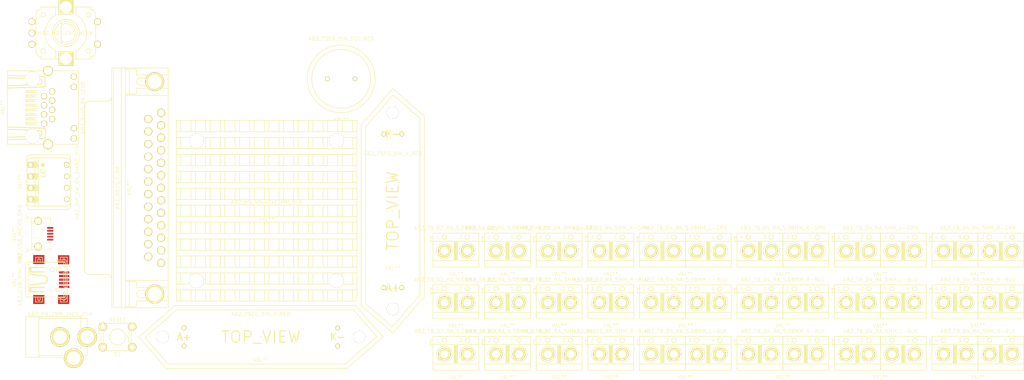
<source format=kicad_pcb>
(kicad_pcb (version 3) (host pcbnew "(2013-07-07 BZR 4022)-stable")
  (layers (15 F.Cu signal) (0 B.Cu signal) (18 B.Paste user) (19 F.Paste user) (20 B.SilkS user) (21 F.SilkS user) (22 B.Mask user) (23 F.Mask user) (28 Edge.Cuts user))
  (net 0 "")
  (net 1 /R_ENCA)
  (net 2 /R_ENCB)
  (net 3 /R_SW+)
  (net 4 GND)
  (module AB2_RJ45_RA_LEDS (layer F.Cu) (at 16.51 226.06 270)
    (fp_text reference AB2_RJ45_RA_LEDS (at 0 -8.89 270) (layer F.SilkS) (effects (font (size 0.8128 0.8128) (thickness 0.0762))))
    (fp_text value VAL** (at 0 8.89 270) (layer F.SilkS) (effects (font (size 0.8128 0.8128) (thickness 0.0762))))
    (pad 9 thru_hole circle (at -6.858 -6.858 270) (size 1.3716 1.3716) (drill 0.9144) (layers *.Cu *.Mask F.SilkS))
    (pad 10 thru_hole circle (at -4.572 -6.858 270) (size 1.3716 1.3716) (drill 0.9144) (layers *.Cu *.Mask F.SilkS))
    (pad 11 thru_hole circle (at 4.572 -6.858 270) (size 1.3716 1.3716) (drill 0.9144) (layers *.Cu *.Mask F.SilkS))
    (pad 12 thru_hole circle (at 6.858 -6.858 270) (size 1.3716 1.3716) (drill 0.9144) (layers *.Cu *.Mask F.SilkS))
    (pad 8 thru_hole circle (at -3.556 -2.032 270) (size 1.3716 1.3716) (drill 0.9144) (layers *.Cu *.Mask F.SilkS))
    (pad 6 thru_hole circle (at -1.524 -2.032 270) (size 1.3716 1.3716) (drill 0.9144) (layers *.Cu *.Mask F.SilkS))
    (pad 1 thru_hole circle (at 3.556 -0.254 270) (size 1.3716 1.3716) (drill 0.9144) (layers *.Cu *.Mask F.SilkS))
    (pad 2 thru_hole circle (at 2.54 -2.032 270) (size 1.3716 1.3716) (drill 0.9144) (layers *.Cu *.Mask F.SilkS))
    (pad 3 thru_hole circle (at 1.524 -0.254 270) (size 1.3716 1.3716) (drill 0.9144) (layers *.Cu *.Mask F.SilkS))
    (pad 4 thru_hole circle (at 0.508 -2.032 270) (size 1.3716 1.3716) (drill 0.9144) (layers *.Cu *.Mask F.SilkS))
    (pad 5 thru_hole circle (at -0.508 -0.254 270) (size 1.3716 1.3716) (drill 0.9144) (layers *.Cu *.Mask F.SilkS))
    (pad 7 thru_hole circle (at -2.54 -0.254 270) (size 1.3716 1.3716) (drill 0.9144) (layers *.Cu *.Mask F.SilkS))
    (pad 13 thru_hole circle (at -8.128 -1.143 270) (size 2.1844 2.1844) (drill 1.5748) (layers *.Cu *.Mask F.SilkS))
    (pad 13 thru_hole circle (at 8.128 -1.143 270) (size 2.1844 2.1844) (drill 1.5748) (layers *.Cu *.Mask F.SilkS))
    (pad "" thru_hole circle (at -6.35 2.286 270) (size 3.175 3.175) (drill 3.175) (layers *.Cu *.Mask F.SilkS))
    (pad "" thru_hole circle (at 6.35 2.286 270) (size 3.175 3.175) (drill 3.175) (layers *.Cu *.Mask F.SilkS))
  )
  (module AB2_DB25_F_RA (layer F.Cu) (at 31.75 243.84 90)
    (fp_text reference AB2_DB25_F_RA (at 0 1.27 90) (layer F.SilkS) (effects (font (size 0.8128 0.8128) (thickness 0.0762))))
    (fp_text value VAL** (at 0 3.81 90) (layer F.SilkS) (effects (font (size 0.8128 0.8128) (thickness 0.0762))))
    (pad 1 thru_hole circle (at 16.62 10.92 90) (size 1.8 1.8) (drill 1.2) (layers *.Cu *.Mask F.SilkS))
    (pad 2 thru_hole circle (at 13.85 10.92 90) (size 1.8 1.8) (drill 1.2) (layers *.Cu *.Mask F.SilkS))
    (pad 3 thru_hole circle (at 11.08 10.92 90) (size 1.8 1.8) (drill 1.2) (layers *.Cu *.Mask F.SilkS))
    (pad 4 thru_hole circle (at 8.31 10.92 90) (size 1.8 1.8) (drill 1.2) (layers *.Cu *.Mask F.SilkS))
    (pad 5 thru_hole circle (at 5.54 10.92 90) (size 1.8 1.8) (drill 1.2) (layers *.Cu *.Mask F.SilkS))
    (pad 6 thru_hole circle (at 2.77 10.92 90) (size 1.8 1.8) (drill 1.2) (layers *.Cu *.Mask F.SilkS))
    (pad 7 thru_hole circle (at 0 10.92 90) (size 1.8 1.8) (drill 1.2) (layers *.Cu *.Mask F.SilkS))
    (pad 8 thru_hole circle (at -2.77 10.92 90) (size 1.8 1.8) (drill 1.2) (layers *.Cu *.Mask F.SilkS))
    (pad 9 thru_hole circle (at -5.54 10.92 90) (size 1.8 1.8) (drill 1.2) (layers *.Cu *.Mask F.SilkS))
    (pad 10 thru_hole circle (at -8.31 10.92 90) (size 1.8 1.8) (drill 1.2) (layers *.Cu *.Mask F.SilkS))
    (pad 11 thru_hole circle (at -11.08 10.92 90) (size 1.8 1.8) (drill 1.2) (layers *.Cu *.Mask F.SilkS))
    (pad 12 thru_hole circle (at -13.85 10.92 90) (size 1.8 1.8) (drill 1.2) (layers *.Cu *.Mask F.SilkS))
    (pad 13 thru_hole circle (at -16.62 10.92 90) (size 1.8 1.8) (drill 1.2) (layers *.Cu *.Mask F.SilkS))
    (pad 14 thru_hole circle (at 15.235 8.08 90) (size 1.8 1.8) (drill 1.2) (layers *.Cu *.Mask F.SilkS))
    (pad 15 thru_hole circle (at 12.465 8.08 90) (size 1.8 1.8) (drill 1.2) (layers *.Cu *.Mask F.SilkS))
    (pad 16 thru_hole circle (at 9.695 8.08 90) (size 1.8 1.8) (drill 1.2) (layers *.Cu *.Mask F.SilkS))
    (pad 17 thru_hole circle (at 6.925 8.08 90) (size 1.8 1.8) (drill 1.2) (layers *.Cu *.Mask F.SilkS))
    (pad 18 thru_hole circle (at 4.155 8.08 90) (size 1.8 1.8) (drill 1.2) (layers *.Cu *.Mask F.SilkS))
    (pad 19 thru_hole circle (at 1.385 8.08 90) (size 1.8 1.8) (drill 1.2) (layers *.Cu *.Mask F.SilkS))
    (pad 20 thru_hole circle (at -1.385 8.08 90) (size 1.8 1.8) (drill 1.2) (layers *.Cu *.Mask F.SilkS))
    (pad 21 thru_hole circle (at -4.155 8.08 90) (size 1.8 1.8) (drill 1.2) (layers *.Cu *.Mask F.SilkS))
    (pad 22 thru_hole circle (at -6.925 8.08 90) (size 1.8 1.8) (drill 1.2) (layers *.Cu *.Mask F.SilkS))
    (pad 23 thru_hole circle (at -9.695 8.08 90) (size 1.8 1.8) (drill 1.2) (layers *.Cu *.Mask F.SilkS))
    (pad 24 thru_hole circle (at -12.465 8.08 90) (size 1.8 1.8) (drill 1.2) (layers *.Cu *.Mask F.SilkS))
    (pad 25 thru_hole circle (at -15.235 8.08 90) (size 1.8 1.8) (drill 1.2) (layers *.Cu *.Mask F.SilkS))
    (pad SH_G thru_hole circle (at -23.52 9.5 90) (size 4.18 4.18) (drill 3.18) (layers *.Cu *.Mask F.SilkS))
    (pad SH_G thru_hole circle (at 23.52 9.5 90) (size 4.18 4.18) (drill 3.18) (layers *.Cu *.Mask F.SilkS))
  )
  (module AB2_TB_02_RA_5.08MM_L-BLU (layer F.Cu) (at 107.95 269.24)
    (fp_text reference AB2_TB_02_RA_5.08MM_L-BLU (at 0 -5.08) (layer F.SilkS) (effects (font (size 0.8128 0.8128) (thickness 0.0762))))
    (fp_text value VAL** (at 0 5.08) (layer F.SilkS) (effects (font (size 0.8128 0.8128) (thickness 0.0762))))
    (fp_text user 2 (at 1.016 -3.048) (layer F.SilkS) (effects (font (size 0.8128 0.8128) (thickness 0.0762))))
    (fp_text user 1 (at -4.064 -3.048) (layer F.SilkS) (effects (font (size 0.8128 0.8128) (thickness 0.0762))))
    (pad 1 thru_hole circle (at -2.54 0) (size 2.794 2.794) (drill 1.778) (layers *.Cu *.Mask F.SilkS))
    (pad 2 thru_hole circle (at 2.54 0) (size 2.794 2.794) (drill 1.778) (layers *.Cu *.Mask F.SilkS))
  )
  (module AB2_TB_02_RA_5.08MM_L-BLK (layer F.Cu) (at 107.95 280.67)
    (fp_text reference AB2_TB_02_RA_5.08MM_L-BLK (at 0 -5.08) (layer F.SilkS) (effects (font (size 0.8128 0.8128) (thickness 0.0762))))
    (fp_text value VAL** (at 0 5.08) (layer F.SilkS) (effects (font (size 0.8128 0.8128) (thickness 0.0762))))
    (fp_text user 2 (at 1.016 -3.048) (layer F.SilkS) (effects (font (size 0.8128 0.8128) (thickness 0.0762))))
    (fp_text user 1 (at -4.064 -3.048) (layer F.SilkS) (effects (font (size 0.8128 0.8128) (thickness 0.0762))))
    (pad 1 thru_hole circle (at -2.54 0) (size 2.794 2.794) (drill 1.778) (layers *.Cu *.Mask F.SilkS))
    (pad 2 thru_hole circle (at 2.54 0) (size 2.794 2.794) (drill 1.778) (layers *.Cu *.Mask F.SilkS))
  )
  (module AB2_TB_02_RA_5.08MM_R-BLU (layer F.Cu) (at 119.38 269.24)
    (fp_text reference AB2_TB_02_RA_5.08MM_R-BLU (at 0 -5.08) (layer F.SilkS) (effects (font (size 0.8128 0.8128) (thickness 0.0762))))
    (fp_text value VAL** (at 0 5.08) (layer F.SilkS) (effects (font (size 0.8128 0.8128) (thickness 0.0762))))
    (fp_text user 1 (at 1.016 -3.048) (layer F.SilkS) (effects (font (size 0.8128 0.8128) (thickness 0.0762))))
    (fp_text user 2 (at -4.064 -3.048) (layer F.SilkS) (effects (font (size 0.8128 0.8128) (thickness 0.0762))))
    (pad 2 thru_hole circle (at -2.54 0) (size 2.794 2.794) (drill 1.778) (layers *.Cu *.Mask F.SilkS))
    (pad 1 thru_hole circle (at 2.54 0) (size 2.794 2.794) (drill 1.778) (layers *.Cu *.Mask F.SilkS))
  )
  (module AB2_TB_02_RA_5.08MM_R-BLK (layer F.Cu) (at 119.38 280.67)
    (fp_text reference AB2_TB_02_RA_5.08MM_R-BLK (at 0 -5.08) (layer F.SilkS) (effects (font (size 0.8128 0.8128) (thickness 0.0762))))
    (fp_text value VAL** (at 0 5.08) (layer F.SilkS) (effects (font (size 0.8128 0.8128) (thickness 0.0762))))
    (fp_text user 1 (at 1.016 -3.048) (layer F.SilkS) (effects (font (size 0.8128 0.8128) (thickness 0.0762))))
    (fp_text user 2 (at -4.064 -3.048) (layer F.SilkS) (effects (font (size 0.8128 0.8128) (thickness 0.0762))))
    (pad 2 thru_hole circle (at -2.54 0) (size 2.794 2.794) (drill 1.778) (layers *.Cu *.Mask F.SilkS))
    (pad 1 thru_hole circle (at 2.54 0) (size 2.794 2.794) (drill 1.778) (layers *.Cu *.Mask F.SilkS))
  )
  (module AB2_TB_04_RA_5.08MM_L-BLK (layer F.Cu) (at 158.75 280.67)
    (fp_text reference AB2_TB_04_RA_5.08MM_L-BLK (at 0 -5.08) (layer F.SilkS) (effects (font (size 0.8128 0.8128) (thickness 0.0762))))
    (fp_text value VAL** (at 0 5.08) (layer F.SilkS) (effects (font (size 0.8128 0.8128) (thickness 0.0762))))
    (fp_text user 3 (at 1.016 -3.048) (layer F.SilkS) (effects (font (size 0.8128 0.8128) (thickness 0.0762))))
    (fp_text user 4 (at 6.096 -3.048) (layer F.SilkS) (effects (font (size 0.8128 0.8128) (thickness 0.0762))))
    (fp_text user 2 (at -4.064 -3.048) (layer F.SilkS) (effects (font (size 0.8128 0.8128) (thickness 0.0762))))
    (fp_text user 1 (at -9.144 -3.048) (layer F.SilkS) (effects (font (size 0.8128 0.8128) (thickness 0.0762))))
    (pad 4 thru_hole circle (at 7.62 0) (size 2.794 2.794) (drill 1.778) (layers *.Cu *.Mask F.SilkS))
    (pad 3 thru_hole circle (at 2.54 0) (size 2.794 2.794) (drill 1.778) (layers *.Cu *.Mask F.SilkS))
    (pad 1 thru_hole circle (at -7.62 0) (size 2.794 2.794) (drill 1.778) (layers *.Cu *.Mask F.SilkS))
    (pad 2 thru_hole circle (at -2.54 0) (size 2.794 2.794) (drill 1.778) (layers *.Cu *.Mask F.SilkS))
  )
  (module AB2_TB_04_RA_5.08MM_L-BLU (layer F.Cu) (at 158.75 269.24)
    (fp_text reference AB2_TB_04_RA_5.08MM_L-BLU (at 0 -5.08) (layer F.SilkS) (effects (font (size 0.8128 0.8128) (thickness 0.0762))))
    (fp_text value VAL** (at 0 5.08) (layer F.SilkS) (effects (font (size 0.8128 0.8128) (thickness 0.0762))))
    (fp_text user 3 (at 1.016 -3.048) (layer F.SilkS) (effects (font (size 0.8128 0.8128) (thickness 0.0762))))
    (fp_text user 4 (at 6.096 -3.048) (layer F.SilkS) (effects (font (size 0.8128 0.8128) (thickness 0.0762))))
    (fp_text user 2 (at -4.064 -3.048) (layer F.SilkS) (effects (font (size 0.8128 0.8128) (thickness 0.0762))))
    (fp_text user 1 (at -9.144 -3.048) (layer F.SilkS) (effects (font (size 0.8128 0.8128) (thickness 0.0762))))
    (pad 4 thru_hole circle (at 7.62 0) (size 2.794 2.794) (drill 1.778) (layers *.Cu *.Mask F.SilkS))
    (pad 3 thru_hole circle (at 2.54 0) (size 2.794 2.794) (drill 1.778) (layers *.Cu *.Mask F.SilkS))
    (pad 1 thru_hole circle (at -7.62 0) (size 2.794 2.794) (drill 1.778) (layers *.Cu *.Mask F.SilkS))
    (pad 2 thru_hole circle (at -2.54 0) (size 2.794 2.794) (drill 1.778) (layers *.Cu *.Mask F.SilkS))
  )
  (module AB2_TB_04_RA_5.08MM_R-BLK (layer F.Cu) (at 180.34 280.67)
    (fp_text reference AB2_TB_04_RA_5.08MM_R-BLK (at 0 -5.08) (layer F.SilkS) (effects (font (size 0.8128 0.8128) (thickness 0.0762))))
    (fp_text value VAL** (at 0 5.08) (layer F.SilkS) (effects (font (size 0.8128 0.8128) (thickness 0.0762))))
    (fp_text user 2 (at 1.016 -3.048) (layer F.SilkS) (effects (font (size 0.8128 0.8128) (thickness 0.0762))))
    (fp_text user 1 (at 6.096 -3.048) (layer F.SilkS) (effects (font (size 0.8128 0.8128) (thickness 0.0762))))
    (fp_text user 3 (at -4.064 -3.048) (layer F.SilkS) (effects (font (size 0.8128 0.8128) (thickness 0.0762))))
    (fp_text user 4 (at -9.144 -3.048) (layer F.SilkS) (effects (font (size 0.8128 0.8128) (thickness 0.0762))))
    (pad 1 thru_hole circle (at 7.62 0) (size 2.794 2.794) (drill 1.778) (layers *.Cu *.Mask F.SilkS))
    (pad 2 thru_hole circle (at 2.54 0) (size 2.794 2.794) (drill 1.778) (layers *.Cu *.Mask F.SilkS))
    (pad 4 thru_hole circle (at -7.62 0) (size 2.794 2.794) (drill 1.778) (layers *.Cu *.Mask F.SilkS))
    (pad 3 thru_hole circle (at -2.54 0) (size 2.794 2.794) (drill 1.778) (layers *.Cu *.Mask F.SilkS))
  )
  (module AB2_TB_02_RA_5MM_L-BLU (layer F.Cu) (at 130.81 269.24)
    (fp_text reference AB2_TB_02_RA_5MM_L-BLU (at 0 -5.08) (layer F.SilkS) (effects (font (size 0.8128 0.8128) (thickness 0.0762))))
    (fp_text value VAL** (at 0 5.08) (layer F.SilkS) (effects (font (size 0.8128 0.8128) (thickness 0.0762))))
    (fp_text user 2 (at 1.016 -3.048) (layer F.SilkS) (effects (font (size 0.8128 0.8128) (thickness 0.0762))))
    (fp_text user 1 (at -4.064 -3.048) (layer F.SilkS) (effects (font (size 0.8128 0.8128) (thickness 0.0762))))
    (pad 1 thru_hole circle (at -2.5 0) (size 2.794 2.794) (drill 1.778) (layers *.Cu *.Mask F.SilkS))
    (pad 2 thru_hole circle (at 2.5 0) (size 2.794 2.794) (drill 1.778) (layers *.Cu *.Mask F.SilkS))
  )
  (module AB2_PB_MOM_6MM_PTH_BLK (layer F.Cu) (at 33.02 276.86 180)
    (fp_text reference S1 (at 0 -3.81 180) (layer F.SilkS) (effects (font (size 0.8128 0.8128) (thickness 0.0762))))
    (fp_text value RESET (at 0 3.81 180) (layer F.SilkS) (effects (font (size 0.8128 0.8128) (thickness 0.0762))))
    (pad 1 thru_hole circle (at -3.2512 -2.2606 180) (size 1.8796 1.8796) (drill 1.016) (layers *.Cu *.Mask F.SilkS))
    (pad 1 thru_hole circle (at 3.2512 -2.2606 180) (size 1.8796 1.8796) (drill 1.016) (layers *.Cu *.Mask F.SilkS))
    (pad 2 thru_hole circle (at -3.2512 2.2606 180) (size 1.8796 1.8796) (drill 1.016) (layers *.Cu *.Mask F.SilkS))
    (pad 2 thru_hole circle (at 3.2512 2.2606 180) (size 1.8796 1.8796) (drill 1.016) (layers *.Cu *.Mask F.SilkS))
  )
  (module AB2_TB_02_RA_5MM_L-BLK (layer F.Cu) (at 130.81 280.67)
    (fp_text reference AB2_TB_02_RA_5MM_L-BLK (at 0 -5.08) (layer F.SilkS) (effects (font (size 0.8128 0.8128) (thickness 0.0762))))
    (fp_text value VAL** (at 0 5.08) (layer F.SilkS) (effects (font (size 0.8128 0.8128) (thickness 0.0762))))
    (fp_text user 2 (at 1.016 -3.048) (layer F.SilkS) (effects (font (size 0.8128 0.8128) (thickness 0.0762))))
    (fp_text user 1 (at -4.064 -3.048) (layer F.SilkS) (effects (font (size 0.8128 0.8128) (thickness 0.0762))))
    (pad 1 thru_hole circle (at -2.5 0) (size 2.794 2.794) (drill 1.778) (layers *.Cu *.Mask F.SilkS))
    (pad 2 thru_hole circle (at 2.5 0) (size 2.794 2.794) (drill 1.778) (layers *.Cu *.Mask F.SilkS))
  )
  (module AB2_TB_02_RA_5MM_R-BLK (layer F.Cu) (at 142.24 280.67)
    (fp_text reference AB2_TB_02_RA_5MM_R-BLK (at 0 -5.08) (layer F.SilkS) (effects (font (size 0.8128 0.8128) (thickness 0.0762))))
    (fp_text value VAL** (at 0 5.08) (layer F.SilkS) (effects (font (size 0.8128 0.8128) (thickness 0.0762))))
    (fp_text user 1 (at 1.016 -3.048) (layer F.SilkS) (effects (font (size 0.8128 0.8128) (thickness 0.0762))))
    (fp_text user 2 (at -4.064 -3.048) (layer F.SilkS) (effects (font (size 0.8128 0.8128) (thickness 0.0762))))
    (pad 2 thru_hole circle (at -2.5 0) (size 2.794 2.794) (drill 1.778) (layers *.Cu *.Mask F.SilkS))
    (pad 1 thru_hole circle (at 2.5 0) (size 2.794 2.794) (drill 1.778) (layers *.Cu *.Mask F.SilkS))
  )
  (module AB2_TB_02_RA_5MM_R-BLU (layer F.Cu) (at 142.24 269.24)
    (fp_text reference AB2_TB_02_RA_5MM_R-BLU (at 0 -5.08) (layer F.SilkS) (effects (font (size 0.8128 0.8128) (thickness 0.0762))))
    (fp_text value VAL** (at 0 5.08) (layer F.SilkS) (effects (font (size 0.8128 0.8128) (thickness 0.0762))))
    (fp_text user 1 (at 1.016 -3.048) (layer F.SilkS) (effects (font (size 0.8128 0.8128) (thickness 0.0762))))
    (fp_text user 2 (at -4.064 -3.048) (layer F.SilkS) (effects (font (size 0.8128 0.8128) (thickness 0.0762))))
    (pad 2 thru_hole circle (at -2.5 0) (size 2.794 2.794) (drill 1.778) (layers *.Cu *.Mask F.SilkS))
    (pad 1 thru_hole circle (at 2.5 0) (size 2.794 2.794) (drill 1.778) (layers *.Cu *.Mask F.SilkS))
  )
  (module AB2_TB_04_RA_5.08MM_R-BLU (layer F.Cu) (at 180.34 269.24)
    (fp_text reference AB2_TB_04_RA_5.08MM_R-BLU (at 0 -5.08) (layer F.SilkS) (effects (font (size 0.8128 0.8128) (thickness 0.0762))))
    (fp_text value VAL** (at 0 5.08) (layer F.SilkS) (effects (font (size 0.8128 0.8128) (thickness 0.0762))))
    (fp_text user 2 (at 1.016 -3.048) (layer F.SilkS) (effects (font (size 0.8128 0.8128) (thickness 0.0762))))
    (fp_text user 1 (at 6.096 -3.048) (layer F.SilkS) (effects (font (size 0.8128 0.8128) (thickness 0.0762))))
    (fp_text user 3 (at -4.064 -3.048) (layer F.SilkS) (effects (font (size 0.8128 0.8128) (thickness 0.0762))))
    (fp_text user 4 (at -9.144 -3.048) (layer F.SilkS) (effects (font (size 0.8128 0.8128) (thickness 0.0762))))
    (pad 1 thru_hole circle (at 7.62 0) (size 2.794 2.794) (drill 1.778) (layers *.Cu *.Mask F.SilkS))
    (pad 2 thru_hole circle (at 2.54 0) (size 2.794 2.794) (drill 1.778) (layers *.Cu *.Mask F.SilkS))
    (pad 4 thru_hole circle (at -7.62 0) (size 2.794 2.794) (drill 1.778) (layers *.Cu *.Mask F.SilkS))
    (pad 3 thru_hole circle (at -2.54 0) (size 2.794 2.794) (drill 1.778) (layers *.Cu *.Mask F.SilkS))
  )
  (module AB2_TB_04_RA_5MM_L-BLK (layer F.Cu) (at 201.93 280.67)
    (fp_text reference AB2_TB_04_RA_5MM_L-BLK (at 0 -5.08) (layer F.SilkS) (effects (font (size 0.8128 0.8128) (thickness 0.0762))))
    (fp_text value VAL** (at 0 5.08) (layer F.SilkS) (effects (font (size 0.8128 0.8128) (thickness 0.0762))))
    (fp_text user 3 (at 1.016 -3.048) (layer F.SilkS) (effects (font (size 0.8128 0.8128) (thickness 0.0762))))
    (fp_text user 4 (at 6.096 -3.048) (layer F.SilkS) (effects (font (size 0.8128 0.8128) (thickness 0.0762))))
    (fp_text user 2 (at -4.064 -3.048) (layer F.SilkS) (effects (font (size 0.8128 0.8128) (thickness 0.0762))))
    (fp_text user 1 (at -9.144 -3.048) (layer F.SilkS) (effects (font (size 0.8128 0.8128) (thickness 0.0762))))
    (pad 4 thru_hole circle (at 7.58 0) (size 2.794 2.794) (drill 1.778) (layers *.Cu *.Mask F.SilkS))
    (pad 3 thru_hole circle (at 2.58 0) (size 2.794 2.794) (drill 1.778) (layers *.Cu *.Mask F.SilkS))
    (pad 1 thru_hole circle (at -7.58 0) (size 2.794 2.794) (drill 1.778) (layers *.Cu *.Mask F.SilkS))
    (pad 2 thru_hole circle (at -2.58 0) (size 2.794 2.794) (drill 1.778) (layers *.Cu *.Mask F.SilkS))
  )
  (module AB2_TB_04_RA_5MM_L-BLU (layer F.Cu) (at 201.93 269.24)
    (fp_text reference AB2_TB_04_RA_5MM_L-BLU (at 0 -5.08) (layer F.SilkS) (effects (font (size 0.8128 0.8128) (thickness 0.0762))))
    (fp_text value VAL** (at 0 5.08) (layer F.SilkS) (effects (font (size 0.8128 0.8128) (thickness 0.0762))))
    (fp_text user 3 (at 1.016 -3.048) (layer F.SilkS) (effects (font (size 0.8128 0.8128) (thickness 0.0762))))
    (fp_text user 4 (at 6.096 -3.048) (layer F.SilkS) (effects (font (size 0.8128 0.8128) (thickness 0.0762))))
    (fp_text user 2 (at -4.064 -3.048) (layer F.SilkS) (effects (font (size 0.8128 0.8128) (thickness 0.0762))))
    (fp_text user 1 (at -9.144 -3.048) (layer F.SilkS) (effects (font (size 0.8128 0.8128) (thickness 0.0762))))
    (pad 4 thru_hole circle (at 7.58 0) (size 2.794 2.794) (drill 1.778) (layers *.Cu *.Mask F.SilkS))
    (pad 3 thru_hole circle (at 2.58 0) (size 2.794 2.794) (drill 1.778) (layers *.Cu *.Mask F.SilkS))
    (pad 1 thru_hole circle (at -7.58 0) (size 2.794 2.794) (drill 1.778) (layers *.Cu *.Mask F.SilkS))
    (pad 2 thru_hole circle (at -2.58 0) (size 2.794 2.794) (drill 1.778) (layers *.Cu *.Mask F.SilkS))
  )
  (module AB2_TB_04_RA_5MM_R-BLK (layer F.Cu) (at 223.52 280.67)
    (fp_text reference AB2_TB_04_RA_5MM_R-BLK (at 0 -5.08) (layer F.SilkS) (effects (font (size 0.8128 0.8128) (thickness 0.0762))))
    (fp_text value VAL** (at 0 5.08) (layer F.SilkS) (effects (font (size 0.8128 0.8128) (thickness 0.0762))))
    (fp_text user 2 (at 1.016 -3.048) (layer F.SilkS) (effects (font (size 0.8128 0.8128) (thickness 0.0762))))
    (fp_text user 1 (at 6.096 -3.048) (layer F.SilkS) (effects (font (size 0.8128 0.8128) (thickness 0.0762))))
    (fp_text user 3 (at -4.064 -3.048) (layer F.SilkS) (effects (font (size 0.8128 0.8128) (thickness 0.0762))))
    (fp_text user 4 (at -9.144 -3.048) (layer F.SilkS) (effects (font (size 0.8128 0.8128) (thickness 0.0762))))
    (pad 1 thru_hole circle (at 7.58 0) (size 2.794 2.794) (drill 1.778) (layers *.Cu *.Mask F.SilkS))
    (pad 2 thru_hole circle (at 2.58 0) (size 2.794 2.794) (drill 1.778) (layers *.Cu *.Mask F.SilkS))
    (pad 4 thru_hole circle (at -7.58 0) (size 2.794 2.794) (drill 1.778) (layers *.Cu *.Mask F.SilkS))
    (pad 3 thru_hole circle (at -2.58 0) (size 2.794 2.794) (drill 1.778) (layers *.Cu *.Mask F.SilkS))
  )
  (module AB2_TB_04_RA_5MM_R-BLU (layer F.Cu) (at 223.52 269.24)
    (fp_text reference AB2_TB_04_RA_5MM_R-BLU (at 0 -5.08) (layer F.SilkS) (effects (font (size 0.8128 0.8128) (thickness 0.0762))))
    (fp_text value VAL** (at 0 5.08) (layer F.SilkS) (effects (font (size 0.8128 0.8128) (thickness 0.0762))))
    (fp_text user 2 (at 1.016 -3.048) (layer F.SilkS) (effects (font (size 0.8128 0.8128) (thickness 0.0762))))
    (fp_text user 1 (at 6.096 -3.048) (layer F.SilkS) (effects (font (size 0.8128 0.8128) (thickness 0.0762))))
    (fp_text user 3 (at -4.064 -3.048) (layer F.SilkS) (effects (font (size 0.8128 0.8128) (thickness 0.0762))))
    (fp_text user 4 (at -9.144 -3.048) (layer F.SilkS) (effects (font (size 0.8128 0.8128) (thickness 0.0762))))
    (pad 1 thru_hole circle (at 7.58 0) (size 2.794 2.794) (drill 1.778) (layers *.Cu *.Mask F.SilkS))
    (pad 2 thru_hole circle (at 2.58 0) (size 2.794 2.794) (drill 1.778) (layers *.Cu *.Mask F.SilkS))
    (pad 4 thru_hole circle (at -7.58 0) (size 2.794 2.794) (drill 1.778) (layers *.Cu *.Mask F.SilkS))
    (pad 3 thru_hole circle (at -2.58 0) (size 2.794 2.794) (drill 1.778) (layers *.Cu *.Mask F.SilkS))
  )
  (module AB2_TB_02_RA_5.08MM_L-GRN (layer F.Cu) (at 107.95 257.81)
    (fp_text reference AB2_TB_02_RA_5.08MM_L-GRN (at 0 -5.08) (layer F.SilkS) (effects (font (size 0.8128 0.8128) (thickness 0.0762))))
    (fp_text value VAL** (at 0 5.08) (layer F.SilkS) (effects (font (size 0.8128 0.8128) (thickness 0.0762))))
    (fp_text user 2 (at 1.016 -3.048) (layer F.SilkS) (effects (font (size 0.8128 0.8128) (thickness 0.0762))))
    (fp_text user 1 (at -4.064 -3.048) (layer F.SilkS) (effects (font (size 0.8128 0.8128) (thickness 0.0762))))
    (pad 1 thru_hole circle (at -2.54 0) (size 2.794 2.794) (drill 1.778) (layers *.Cu *.Mask F.SilkS))
    (pad 2 thru_hole circle (at 2.54 0) (size 2.794 2.794) (drill 1.778) (layers *.Cu *.Mask F.SilkS))
  )
  (module AB2_TB_02_RA_5.08MM_R-GRN (layer F.Cu) (at 119.38 257.81)
    (fp_text reference AB2_TB_02_RA_5.08MM_R-GRN (at 0 -5.08) (layer F.SilkS) (effects (font (size 0.8128 0.8128) (thickness 0.0762))))
    (fp_text value VAL** (at 0 5.08) (layer F.SilkS) (effects (font (size 0.8128 0.8128) (thickness 0.0762))))
    (fp_text user 1 (at 1.016 -3.048) (layer F.SilkS) (effects (font (size 0.8128 0.8128) (thickness 0.0762))))
    (fp_text user 2 (at -4.064 -3.048) (layer F.SilkS) (effects (font (size 0.8128 0.8128) (thickness 0.0762))))
    (pad 2 thru_hole circle (at -2.54 0) (size 2.794 2.794) (drill 1.778) (layers *.Cu *.Mask F.SilkS))
    (pad 1 thru_hole circle (at 2.54 0) (size 2.794 2.794) (drill 1.778) (layers *.Cu *.Mask F.SilkS))
  )
  (module AB2_TB_02_RA_5MM_L-GRN (layer F.Cu) (at 130.81 257.81)
    (fp_text reference AB2_TB_02_RA_5MM_L-GRN (at 0 -5.08) (layer F.SilkS) (effects (font (size 0.8128 0.8128) (thickness 0.0762))))
    (fp_text value VAL** (at 0 5.08) (layer F.SilkS) (effects (font (size 0.8128 0.8128) (thickness 0.0762))))
    (fp_text user 2 (at 1.016 -3.048) (layer F.SilkS) (effects (font (size 0.8128 0.8128) (thickness 0.0762))))
    (fp_text user 1 (at -4.064 -3.048) (layer F.SilkS) (effects (font (size 0.8128 0.8128) (thickness 0.0762))))
    (pad 1 thru_hole circle (at -2.5 0) (size 2.794 2.794) (drill 1.778) (layers *.Cu *.Mask F.SilkS))
    (pad 2 thru_hole circle (at 2.5 0) (size 2.794 2.794) (drill 1.778) (layers *.Cu *.Mask F.SilkS))
  )
  (module AB2_TB_02_RA_5MM_R-GRN (layer F.Cu) (at 142.24 257.81)
    (fp_text reference AB2_TB_02_RA_5MM_R-GRN (at 0 -5.08) (layer F.SilkS) (effects (font (size 0.8128 0.8128) (thickness 0.0762))))
    (fp_text value VAL** (at 0 5.08) (layer F.SilkS) (effects (font (size 0.8128 0.8128) (thickness 0.0762))))
    (fp_text user 1 (at 1.016 -3.048) (layer F.SilkS) (effects (font (size 0.8128 0.8128) (thickness 0.0762))))
    (fp_text user 2 (at -4.064 -3.048) (layer F.SilkS) (effects (font (size 0.8128 0.8128) (thickness 0.0762))))
    (pad 2 thru_hole circle (at -2.5 0) (size 2.794 2.794) (drill 1.778) (layers *.Cu *.Mask F.SilkS))
    (pad 1 thru_hole circle (at 2.5 0) (size 2.794 2.794) (drill 1.778) (layers *.Cu *.Mask F.SilkS))
  )
  (module AB2_TB_04_RA_5.08MM_L-GRN (layer F.Cu) (at 158.75 257.81)
    (fp_text reference AB2_TB_04_RA_5.08MM_L-GRN (at 0 -5.08) (layer F.SilkS) (effects (font (size 0.8128 0.8128) (thickness 0.0762))))
    (fp_text value VAL** (at 0 5.08) (layer F.SilkS) (effects (font (size 0.8128 0.8128) (thickness 0.0762))))
    (fp_text user 3 (at 1.016 -3.048) (layer F.SilkS) (effects (font (size 0.8128 0.8128) (thickness 0.0762))))
    (fp_text user 4 (at 6.096 -3.048) (layer F.SilkS) (effects (font (size 0.8128 0.8128) (thickness 0.0762))))
    (fp_text user 2 (at -4.064 -3.048) (layer F.SilkS) (effects (font (size 0.8128 0.8128) (thickness 0.0762))))
    (fp_text user 1 (at -9.144 -3.048) (layer F.SilkS) (effects (font (size 0.8128 0.8128) (thickness 0.0762))))
    (pad 4 thru_hole circle (at 7.62 0) (size 2.794 2.794) (drill 1.778) (layers *.Cu *.Mask F.SilkS))
    (pad 3 thru_hole circle (at 2.54 0) (size 2.794 2.794) (drill 1.778) (layers *.Cu *.Mask F.SilkS))
    (pad 1 thru_hole circle (at -7.62 0) (size 2.794 2.794) (drill 1.778) (layers *.Cu *.Mask F.SilkS))
    (pad 2 thru_hole circle (at -2.54 0) (size 2.794 2.794) (drill 1.778) (layers *.Cu *.Mask F.SilkS))
  )
  (module AB2_TB_04_RA_5.08MM_R-GRN (layer F.Cu) (at 180.34 257.81)
    (fp_text reference AB2_TB_04_RA_5.08MM_R-GRN (at 0 -5.08) (layer F.SilkS) (effects (font (size 0.8128 0.8128) (thickness 0.0762))))
    (fp_text value VAL** (at 0 5.08) (layer F.SilkS) (effects (font (size 0.8128 0.8128) (thickness 0.0762))))
    (fp_text user 2 (at 1.016 -3.048) (layer F.SilkS) (effects (font (size 0.8128 0.8128) (thickness 0.0762))))
    (fp_text user 1 (at 6.096 -3.048) (layer F.SilkS) (effects (font (size 0.8128 0.8128) (thickness 0.0762))))
    (fp_text user 3 (at -4.064 -3.048) (layer F.SilkS) (effects (font (size 0.8128 0.8128) (thickness 0.0762))))
    (fp_text user 4 (at -9.144 -3.048) (layer F.SilkS) (effects (font (size 0.8128 0.8128) (thickness 0.0762))))
    (pad 1 thru_hole circle (at 7.62 0) (size 2.794 2.794) (drill 1.778) (layers *.Cu *.Mask F.SilkS))
    (pad 2 thru_hole circle (at 2.54 0) (size 2.794 2.794) (drill 1.778) (layers *.Cu *.Mask F.SilkS))
    (pad 4 thru_hole circle (at -7.62 0) (size 2.794 2.794) (drill 1.778) (layers *.Cu *.Mask F.SilkS))
    (pad 3 thru_hole circle (at -2.54 0) (size 2.794 2.794) (drill 1.778) (layers *.Cu *.Mask F.SilkS))
  )
  (module AB2_TB_04_RA_5MM_L-GRN (layer F.Cu) (at 201.93 257.81)
    (fp_text reference AB2_TB_04_RA_5MM_L-GRN (at 0 -5.08) (layer F.SilkS) (effects (font (size 0.8128 0.8128) (thickness 0.0762))))
    (fp_text value VAL** (at 0 5.08) (layer F.SilkS) (effects (font (size 0.8128 0.8128) (thickness 0.0762))))
    (fp_text user 3 (at 1.016 -3.048) (layer F.SilkS) (effects (font (size 0.8128 0.8128) (thickness 0.0762))))
    (fp_text user 4 (at 6.096 -3.048) (layer F.SilkS) (effects (font (size 0.8128 0.8128) (thickness 0.0762))))
    (fp_text user 2 (at -4.064 -3.048) (layer F.SilkS) (effects (font (size 0.8128 0.8128) (thickness 0.0762))))
    (fp_text user 1 (at -9.144 -3.048) (layer F.SilkS) (effects (font (size 0.8128 0.8128) (thickness 0.0762))))
    (pad 4 thru_hole circle (at 7.58 0) (size 2.794 2.794) (drill 1.778) (layers *.Cu *.Mask F.SilkS))
    (pad 3 thru_hole circle (at 2.58 0) (size 2.794 2.794) (drill 1.778) (layers *.Cu *.Mask F.SilkS))
    (pad 1 thru_hole circle (at -7.58 0) (size 2.794 2.794) (drill 1.778) (layers *.Cu *.Mask F.SilkS))
    (pad 2 thru_hole circle (at -2.58 0) (size 2.794 2.794) (drill 1.778) (layers *.Cu *.Mask F.SilkS))
  )
  (module AB2_TB_04_RA_5MM_R-GRN (layer F.Cu) (at 223.52 257.81)
    (fp_text reference AB2_TB_04_RA_5MM_R-GRN (at 0 -5.08) (layer F.SilkS) (effects (font (size 0.8128 0.8128) (thickness 0.0762))))
    (fp_text value VAL** (at 0 5.08) (layer F.SilkS) (effects (font (size 0.8128 0.8128) (thickness 0.0762))))
    (fp_text user 2 (at 1.016 -3.048) (layer F.SilkS) (effects (font (size 0.8128 0.8128) (thickness 0.0762))))
    (fp_text user 1 (at 6.096 -3.048) (layer F.SilkS) (effects (font (size 0.8128 0.8128) (thickness 0.0762))))
    (fp_text user 3 (at -4.064 -3.048) (layer F.SilkS) (effects (font (size 0.8128 0.8128) (thickness 0.0762))))
    (fp_text user 4 (at -9.144 -3.048) (layer F.SilkS) (effects (font (size 0.8128 0.8128) (thickness 0.0762))))
    (pad 1 thru_hole circle (at 7.58 0) (size 2.794 2.794) (drill 1.778) (layers *.Cu *.Mask F.SilkS))
    (pad 2 thru_hole circle (at 2.58 0) (size 2.794 2.794) (drill 1.778) (layers *.Cu *.Mask F.SilkS))
    (pad 4 thru_hole circle (at -7.58 0) (size 2.794 2.794) (drill 1.778) (layers *.Cu *.Mask F.SilkS))
    (pad 3 thru_hole circle (at -2.58 0) (size 2.794 2.794) (drill 1.778) (layers *.Cu *.Mask F.SilkS))
  )
  (module AB2_PB_2MM_JACK_PTH (layer F.Cu) (at 20.32 276.86 90)
    (fp_text reference AB2_PB_2MM_JACK_PTH (at 5.08 0 180) (layer F.SilkS) (effects (font (size 0.8128 0.8128) (thickness 0.0762))))
    (fp_text value VAL** (at 0 8.89 90) (layer F.SilkS) (effects (font (size 0.8128 0.8128) (thickness 0.0762))))
    (pad 2 thru_hole circle (at 0 0 270) (size 4.318 4.318) (drill 2.9972) (layers *.Cu *.Mask F.SilkS))
    (pad 1 thru_hole circle (at 0 6 270) (size 4.318 4.318) (drill 2.9972) (layers *.Cu *.Mask F.SilkS))
    (pad 3 thru_hole circle (at -4.7 3 270) (size 4.318 4.318) (drill 2.9972) (layers *.Cu *.Mask F.SilkS))
  )
  (module AB2_7SEG_5IN_DOT_RED (layer F.Cu) (at 82.55 219.71)
    (fp_text reference AB2_7SEG_5IN_DOT_RED (at 0 -8.89) (layer F.SilkS) (effects (font (size 0.8128 0.8128) (thickness 0.0762))))
    (fp_text value VAL** (at 0 8.89) (layer F.SilkS) (effects (font (size 0.8128 0.8128) (thickness 0.0762))))
    (pad 1 thru_hole circle (at -3.075 0) (size 1.016 1.016) (drill 0.6096) (layers *.Cu *.Mask F.SilkS))
    (pad 2 thru_hole circle (at 3.075 0) (size 1.016 1.016) (drill 0.6096) (layers *.Cu *.Mask F.SilkS))
  )
  (module AB2_USB_MINI_SMD (layer F.Cu) (at 12.7 264.16 270)
    (fp_text reference AB2_USB_MINI_SMD (at 0 1.27 270) (layer F.SilkS) (effects (font (size 0.8128 0.8128) (thickness 0.0762))))
    (fp_text value VAL** (at 0 2.54 270) (layer F.SilkS) (effects (font (size 0.8128 0.8128) (thickness 0.0762))))
    (pad "" thru_hole circle (at -2.2 -5.9 270) (size 0.9 0.9) (drill 0.9) (layers *.Cu *.Mask F.SilkS))
    (pad SH smd rect (at 4.4 -8.4 270) (size 2 2.5) (layers F.Cu F.Paste F.Mask))
    (pad SH smd rect (at -4.4 -8.4 270) (size 2 2.5) (layers F.Cu F.Paste F.Mask))
    (pad SH smd rect (at 4.4 -2.9 270) (size 2 2.5) (layers F.Cu F.Paste F.Mask))
    (pad SH smd rect (at -4.45 -2.9 270) (size 2 2.5) (layers F.Cu F.Paste F.Mask))
    (pad "" thru_hole circle (at 2.2 -5.9 270) (size 0.9 0.9) (drill 0.9) (layers *.Cu *.Mask F.SilkS))
    (pad 1 smd rect (at -1.6 -8.5 270) (size 0.5 2.3) (layers F.Cu F.Paste F.Mask))
    (pad 2 smd rect (at -0.8 -8.5 270) (size 0.5 2.3) (layers F.Cu F.Paste F.Mask))
    (pad 3 smd rect (at 0 -8.5 270) (size 0.5 2.3) (layers F.Cu F.Paste F.Mask))
    (pad 4 smd rect (at 0.8 -8.5 270) (size 0.5 2.3) (layers F.Cu F.Paste F.Mask))
    (pad 5 smd rect (at 1.6 -8.5 270) (size 0.5 2.3) (layers F.Cu F.Paste F.Mask))
  )
  (module AB2_7SEG_5IN_V_RED (layer F.Cu) (at 93.98 248.92)
    (fp_text reference AB2_7SEG_5IN_V_RED (at 0 -12.7) (layer F.SilkS) (effects (font (size 0.8128 0.8128) (thickness 0.0762))))
    (fp_text value VAL** (at 0 12.7) (layer F.SilkS) (effects (font (size 0.8128 0.8128) (thickness 0.0762))))
    (fp_text user K- (at 0 -17) (layer F.SilkS) (effects (font (size 1.5 1.5) (thickness 0.3))))
    (fp_text user A+ (at 0 17) (layer F.SilkS) (effects (font (size 1.5 1.5) (thickness 0.3))))
    (fp_text user TOP_VIEW (at 0 0 90) (layer F.SilkS) (effects (font (size 2.54 2.54) (thickness 0.254))))
    (pad 2 thru_hole circle (at -2 -17 90) (size 1.016 1.016) (drill 0.6096) (layers *.Cu *.Mask F.SilkS))
    (pad 2 thru_hole circle (at 2 -17 90) (size 1.016 1.016) (drill 0.6096) (layers *.Cu *.Mask F.SilkS))
    (pad 1 thru_hole circle (at -2 17 90) (size 1.016 1.016) (drill 0.6096) (layers *.Cu *.Mask F.SilkS))
    (pad 3 thru_hole circle (at 0 -21.75 90) (size 2.7 2.7) (drill 2.7) (layers *.Cu *.Mask F.SilkS))
    (pad 3 thru_hole circle (at 0 21.75 90) (size 2.7 2.7) (drill 2.7) (layers *.Cu *.Mask F.SilkS))
    (pad 1 thru_hole circle (at 2 17 90) (size 1.016 1.016) (drill 0.6096) (layers *.Cu *.Mask F.SilkS))
  )
  (module AB2_7SEG_5IN_H_RED (layer F.Cu) (at 64.77 276.86)
    (fp_text reference AB2_7SEG_5IN_H_RED (at 0 -5.08) (layer F.SilkS) (effects (font (size 0.8128 0.8128) (thickness 0.0762))))
    (fp_text value VAL** (at 0 5.08) (layer F.SilkS) (effects (font (size 0.8128 0.8128) (thickness 0.0762))))
    (fp_text user K- (at 17 0) (layer F.SilkS) (effects (font (size 1.5 1.5) (thickness 0.3))))
    (fp_text user A+ (at -17 0) (layer F.SilkS) (effects (font (size 1.5 1.5) (thickness 0.3))))
    (fp_text user TOP_VIEW (at 0 0 180) (layer F.SilkS) (effects (font (size 2.54 2.54) (thickness 0.254))))
    (pad 2 thru_hole circle (at 17 2) (size 1.016 1.016) (drill 0.6096) (layers *.Cu *.Mask F.SilkS))
    (pad 2 thru_hole circle (at 17 -2) (size 1.016 1.016) (drill 0.6096) (layers *.Cu *.Mask F.SilkS))
    (pad 1 thru_hole circle (at -17 2) (size 1.016 1.016) (drill 0.6096) (layers *.Cu *.Mask F.SilkS))
    (pad 3 thru_hole circle (at 21.75 0) (size 2.7 2.7) (drill 2.7) (layers *.Cu *.Mask F.SilkS))
    (pad 3 thru_hole circle (at -21.75 0) (size 2.7 2.7) (drill 2.7) (layers *.Cu *.Mask F.SilkS))
    (pad 1 thru_hole circle (at -17 -2) (size 1.016 1.016) (drill 0.6096) (layers *.Cu *.Mask F.SilkS))
  )
  (module AB2_USB_MICRO_SMD (layer F.Cu) (at 12.7 254 270)
    (fp_text reference AB2_USB_MICRO_SMD (at 0 1.27 270) (layer F.SilkS) (effects (font (size 0.8128 0.8128) (thickness 0.0762))))
    (fp_text value VAL** (at 0 2.54 270) (layer F.SilkS) (effects (font (size 0.8128 0.8128) (thickness 0.0762))))
    (pad 1 smd rect (at -1.3 -5.425 270) (size 0.4 1.35) (layers F.Cu F.Paste F.Mask))
    (pad 2 smd rect (at -0.65 -5.425 270) (size 0.4 1.35) (layers F.Cu F.Paste F.Mask))
    (pad 3 smd rect (at 0 -5.425 270) (size 0.4 1.35) (layers F.Cu F.Paste F.Mask))
    (pad 4 smd rect (at 0.65 -5.425 270) (size 0.4 1.35) (layers F.Cu F.Paste F.Mask))
    (pad 5 smd rect (at 1.3 -5.425 270) (size 0.4 1.35) (layers F.Cu F.Paste F.Mask))
    (pad 6 thru_hole circle (at -2.825 -2.75 270) (size 1.7 1.7) (drill 1) (layers *.Cu *.Mask F.SilkS))
    (pad 6 thru_hole circle (at 2.825 -2.75 270) (size 1.7 1.7) (drill 1) (layers *.Cu *.Mask F.SilkS))
    (pad "" thru_hole circle (at -2 -4.9 270) (size 0.55 0.55) (drill 0.55) (layers *.Cu *.Mask F.SilkS))
    (pad "" thru_hole circle (at 1.99898 -4.9 270) (size 0.55 0.55) (drill 0.55) (layers *.Cu *.Mask F.SilkS))
  )
  (module AB2_HS_40x40x11MM_BLK (layer F.Cu) (at 66.04 248.92)
    (fp_text reference AB2_HS_40x40x11MM_BLK (at 0 -1.905) (layer F.SilkS) (effects (font (size 0.8128 0.8128) (thickness 0.0762))))
    (fp_text value VAL** (at 0 1.905) (layer F.SilkS) (effects (font (size 0.8128 0.8128) (thickness 0.0762))))
    (pad "" thru_hole circle (at -15.494 15.494) (size 3.175 3.175) (drill 3.175) (layers *.Cu *.Mask F.SilkS))
    (pad "" thru_hole circle (at -15.494 -15.494) (size 3.175 3.175) (drill 3.175) (layers *.Cu *.Mask F.SilkS))
    (pad "" thru_hole circle (at 15.494 -15.494) (size 3.175 3.175) (drill 3.175) (layers *.Cu *.Mask F.SilkS))
    (pad "" thru_hole circle (at 15.494 15.494) (size 3.175 3.175) (drill 3.175) (layers *.Cu *.Mask F.SilkS))
  )
  (module AB2_DIP_SW_04_PIANO_PTH (layer F.Cu) (at 17.78 242.57 270)
    (fp_text reference AB2_DIP_SW_04_PIANO_PTH (at 0 -6.35 270) (layer F.SilkS) (effects (font (size 0.8128 0.8128) (thickness 0.0762))))
    (fp_text value VAL** (at 0 6.35 270) (layer F.SilkS) (effects (font (size 0.8128 0.8128) (thickness 0.0762))))
    (pad 1 thru_hole circle (at -3.81 4.0005 270) (size 1.2192 1.2192) (drill 0.8128) (layers *.Cu *.Mask F.SilkS))
    (pad 2 thru_hole circle (at -1.27 4.0005 270) (size 1.2192 1.2192) (drill 0.8128) (layers *.Cu *.Mask F.SilkS))
    (pad 3 thru_hole circle (at 1.27 4.0005 270) (size 1.2192 1.2192) (drill 0.8128) (layers *.Cu *.Mask F.SilkS))
    (pad 4 thru_hole circle (at 3.81 4.0005 270) (size 1.2192 1.2192) (drill 0.8128) (layers *.Cu *.Mask F.SilkS))
    (pad 5 thru_hole circle (at 3.81 -4.0005 270) (size 1.2192 1.2192) (drill 0.8128) (layers *.Cu *.Mask F.SilkS))
    (pad 6 thru_hole circle (at 1.27 -4.0005 270) (size 1.2192 1.2192) (drill 0.8128) (layers *.Cu *.Mask F.SilkS))
    (pad 7 thru_hole circle (at -1.27 -4.0005 270) (size 1.2192 1.2192) (drill 0.8128) (layers *.Cu *.Mask F.SilkS))
    (pad 8 thru_hole circle (at -3.81 -4.0005 270) (size 1.2192 1.2192) (drill 0.8128) (layers *.Cu *.Mask F.SilkS))
  )
  (module AB2_ROTARY_ENCODER_W_SWITCH (layer F.Cu) (at 21.59 209.55 270)
    (fp_text reference ROT_ENC1 hide)
    (fp_text value AB2_ROT_ENC_W_SW (at 0 0 360) (layer F.SilkS) (effects (font (size 0.8128 0.8128) (thickness 0.0762))))
    (pad 1 thru_hole circle (at -2.5 7.5 270) (size 1.524 1.524) (drill 1.016) (layers *.Cu *.Mask F.SilkS) (net 1 /R_ENCA))
    (pad 2 thru_hole circle (at 0 7.5 270) (size 1.524 1.524) (drill 1.016) (layers *.Cu *.Mask F.SilkS) (net 4 GND))
    (pad 3 thru_hole circle (at 2.5 7.5 270) (size 1.524 1.524) (drill 1.016) (layers *.Cu *.Mask F.SilkS) (net 2 /R_ENCB))
    (pad 4 thru_hole circle (at 2.5 -7 270) (size 1.524 1.524) (drill 1.016) (layers *.Cu *.Mask F.SilkS) (net 3 /R_SW+))
    (pad 6 thru_hole circle (at -2.5 -7 270) (size 1.524 1.524) (drill 1.016) (layers *.Cu *.Mask F.SilkS) (net 4 GND))
    (pad 7 thru_hole rect (at -5.7 0 270) (size 3.2 3.2) (drill 2.6) (layers *.Cu *.Mask F.SilkS))
    (pad 7 thru_hole rect (at 5.7 0 270) (size 3.2 3.2) (drill 2.6) (layers *.Cu *.Mask F.SilkS))
  )
)
</source>
